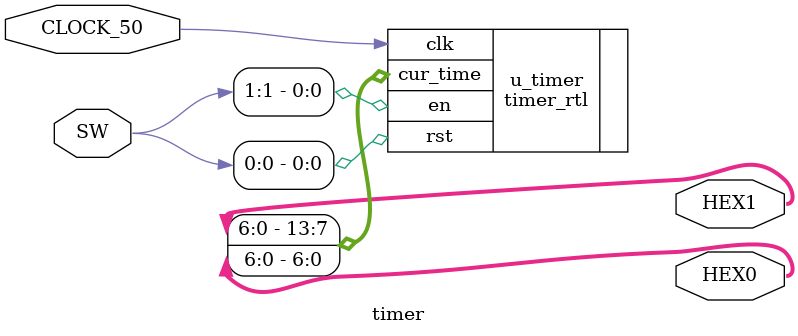
<source format=v>
module timer #(
    parameter TIME_SET = 30,        //total time(based on clk frequency)
    parameter CLK_SET = 5_000_000 //clk fraquency(50MHz = 1s etc.)
)(
    input CLOCK_50,
    input [17: 0] SW,
    output [6: 0] HEX0,
    output [6: 0] HEX1
);
    timer_rtl #(
        .TIME_SET(TIME_SET),
        .CLK_SET(CLK_SET)
    ) u_timer(
        .clk(CLOCK_50),
        .rst(SW[0]),
        .en(SW[1]),
        .cur_time({HEX1, HEX0})
    );
endmodule
</source>
